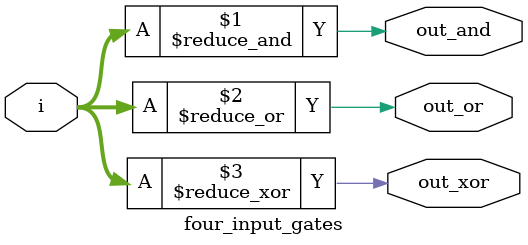
<source format=v>
`resetall
`timescale 1ns / 1ps
`default_nettype none

module four_input_gates ( 
    input  wire [3:0] i,
    output wire       out_and,
    output wire       out_or,
    output wire       out_xor
);
    
    assign out_and = & i;
    assign out_or = | i;
    assign out_xor = ^ i;

endmodule
</source>
